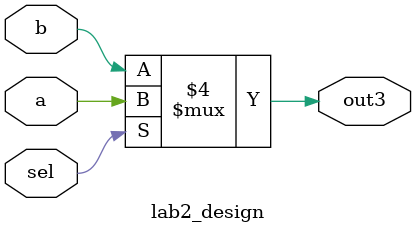
<source format=v>
`timescale 1ns / 1ps


module lab2_design(a,b,sel,out3);          
    input a,b,sel;
    output out3;
    reg out3;
 
   always @ (sel)
   begin
   if(sel == 1'b1)
       out3 = a;
    else
       out3 = b;
    end
endmodule




</source>
